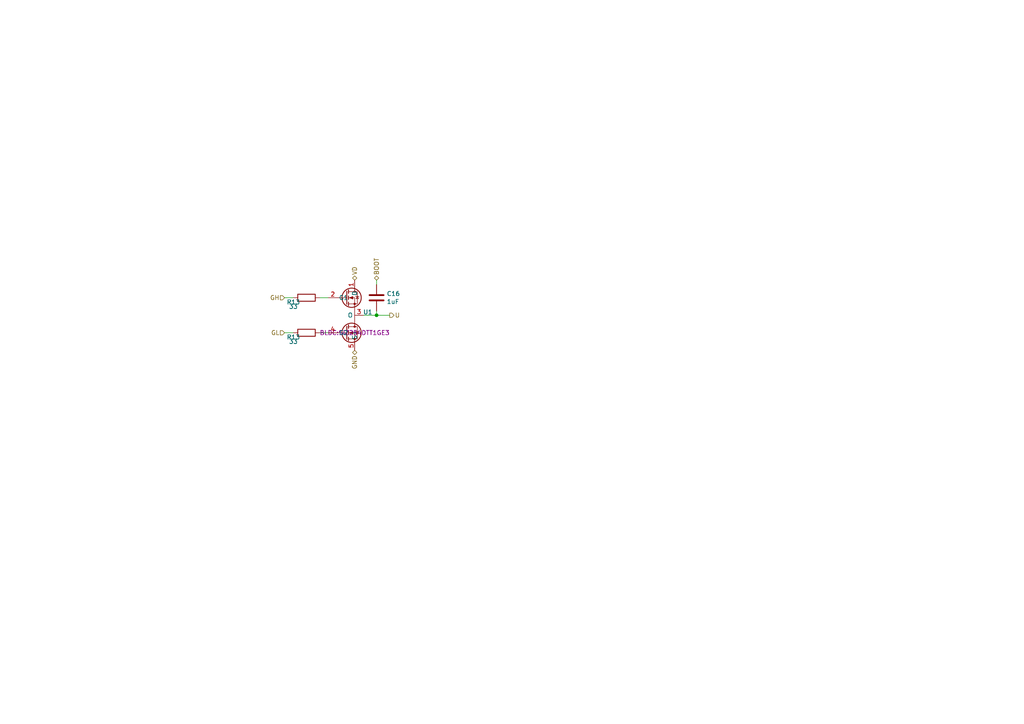
<source format=kicad_sch>
(kicad_sch (version 20230121) (generator eeschema)
  (paper "A4")
  (lib_symbols
    (symbol "BLDC_sym:DualNMOS"
      (property "Reference" "U" (at 0 -5.08 0))
      (symbol "DualNMOS_0_1"
        (circle (center -0.889 -5.08) (radius 2.794) (stroke (width 0.254)))
        (circle (center -0.889 5.08) (radius 2.794) (stroke (width 0.254)))
        (circle (center 0 -6.858) (radius 0.254) (fill (type outline)))
        (circle (center 0 -3.302) (radius 0.254) (fill (type outline)))
        (polyline (pts (xy -2.286 -5.08) (xy -5.08 -5.08)))
        (polyline (pts (xy -2.286 -3.175) (xy -2.286 -6.985)) (stroke (width 0.254)))
        (polyline (pts (xy -2.286 5.08) (xy -5.08 5.08)))
        (polyline (pts (xy -2.286 6.985) (xy -2.286 3.175)) (stroke (width 0.254)))
        (polyline (pts (xy -1.778 -6.35) (xy -1.778 -7.366)) (stroke (width 0.254)))
        (polyline (pts (xy -1.778 -4.572) (xy -1.778 -5.588)) (stroke (width 0.254)))
        (polyline (pts (xy -1.778 -2.794) (xy -1.778 -3.81)) (stroke (width 0.254)))
        (polyline (pts (xy -1.778 3.81) (xy -1.778 2.794)) (stroke (width 0.254)))
        (polyline (pts (xy -1.778 5.588) (xy -1.778 4.572)) (stroke (width 0.254)))
        (polyline (pts (xy -1.778 7.366) (xy -1.778 6.35)) (stroke (width 0.254)))
        (polyline (pts (xy 0 -2.54) (xy 0 -3.302)))
        (polyline (pts (xy 0 2.54) (xy 0 -2.54)))
        (polyline (pts (xy 0 7.62) (xy 0 6.858)))
        (polyline (pts (xy 0 -7.62) (xy 0 -5.08) (xy -1.778 -5.08)))
        (polyline (pts (xy 0 2.54) (xy 0 5.08) (xy -1.778 5.08)))
        (polyline (pts (xy -1.778 -6.858) (xy 0.762 -6.858) (xy 0.762 -3.302) (xy -1.778 -3.302)))
        (polyline (pts (xy -1.778 3.302) (xy 0.762 3.302) (xy 0.762 6.858) (xy -1.778 6.858)))
        (polyline (pts (xy -1.524 -5.08) (xy -0.508 -4.699) (xy -0.508 -5.461) (xy -1.524 -5.08)) (fill (type outline)))
        (polyline (pts (xy -1.524 5.08) (xy -0.508 5.461) (xy -0.508 4.699) (xy -1.524 5.08)) (fill (type outline)))
        (polyline (pts (xy 0.254 -4.572) (xy 0.381 -4.699) (xy 1.143 -4.699) (xy 1.27 -4.826)))
        (polyline (pts (xy 0.254 5.588) (xy 0.381 5.461) (xy 1.143 5.461) (xy 1.27 5.334)))
        (polyline (pts (xy 0.762 -4.699) (xy 0.381 -5.334) (xy 1.143 -5.334) (xy 0.762 -4.699)))
        (polyline (pts (xy 0.762 5.461) (xy 0.381 4.826) (xy 1.143 4.826) (xy 0.762 5.461)))
        (circle (center 0 3.302) (radius 0.254) (fill (type outline)))
        (circle (center 0 6.858) (radius 0.254) (fill (type outline)))
      )
      (symbol "DualNMOS_1_1"
        (pin passive line (at 0 10.16 270) (length 2.54) (name "D") (number "1"))
        (pin input line (at -7.62 5.08 0) (length 2.54) (name "G1") (number "2"))
        (pin input line (at 2.54 0 180) (length 2.54) (name "O") (number "3"))
        (pin input line (at -7.62 -5.08 0) (length 2.54) (name "G2") (number "4"))
        (pin passive line (at 0 -10.16 90) (length 2.54) (name "S") (number "5"))
      )
    )
    (symbol "Device:C" (pin_numbers hide) (pin_names (offset 0.254))
      (property "Reference" "C" (at 0.635 2.54 0))
      (property "Value" "C" (at 0.635 -2.54 0))
      (symbol "C_0_1"
        (polyline (pts (xy -2.032 -0.762) (xy 2.032 -0.762)) (stroke (width 0.508)))
        (polyline (pts (xy -2.032 0.762) (xy 2.032 0.762)) (stroke (width 0.508)))
      )
      (symbol "C_1_1"
        (pin passive line (at 0 3.81 270) (length 2.794) (name "~") (number "1"))
        (pin passive line (at 0 -3.81 90) (length 2.794) (name "~") (number "2"))
      )
    )
    (symbol "Device:R" (pin_numbers hide) (pin_names (offset 0))
      (property "Reference" "R" (at 2.032 0 90))
      (property "Value" "R" (at 0 0 90))
      (symbol "R_0_1"
        (rectangle (start -1.016 -2.54) (end 1.016 2.54) (stroke (width 0.254)))
      )
      (symbol "R_1_1"
        (pin passive line (at 0 3.81 270) (length 1.27) (name "~") (number "1"))
        (pin passive line (at 0 -3.81 90) (length 1.27) (name "~") (number "2"))
      )
    )
  )
  (junction (at 109.22 91.44))
  (wire (pts (xy 82.55 86.36) (xy 85.09 86.36)))
  (wire (pts (xy 92.71 96.52) (xy 95.25 96.52)))
  (wire (pts (xy 82.55 96.52) (xy 85.09 96.52)))
  (wire (pts (xy 109.22 90.17) (xy 109.22 91.44)))
  (wire (pts (xy 113.03 91.44) (xy 109.22 91.44)))
  (wire (pts (xy 92.71 86.36) (xy 95.25 86.36)))
  (wire (pts (xy 105.41 91.44) (xy 109.22 91.44)))
  (wire (pts (xy 109.22 82.55) (xy 109.22 81.28)))
  (hierarchical_label "GL" (shape input) (at 82.55 96.52 180))
  (hierarchical_label "U" (shape output) (at 113.03 91.44 0))
  (hierarchical_label "GND" (shape bidirectional) (at 102.87 101.6 270))
  (hierarchical_label "GH" (shape input) (at 82.55 86.36 180))
  (hierarchical_label "VD" (shape bidirectional) (at 102.87 81.28 90))
  (hierarchical_label "BOOT" (shape bidirectional) (at 109.22 81.28 90))
  (symbol (lib_id "Device:R") (at 88.9 86.36 270) (unit 1)
    (property "Reference" "R13" (at 85.09 87.63 90))
    (property "Value" "33" (at 85.09 88.9 90))
    (property "Footprint" "Resistor_SMD:R_0402_1005Metric" (effects hide))
    (instances (project "STSPIN32G4_V2" (path "" (reference "R13") (unit 1))) (project "BLDCDriver_1.5_KiCad" (path "" (reference "R3") (unit 1)) (path "" (reference "R4") (unit 1)) (path "" (reference "R7") (unit 1))))
  )
  (symbol (lib_id "Device:C") (at 109.22 86.36 180) (unit 1)
    (property "Reference" "C16" (at 112.141 85.1916 0) (effects (justify right)))
    (property "Value" "1uF" (at 112.141 87.503 0) (effects (justify right)))
    (property "Footprint" "Capacitor_SMD:C_0805_2012Metric" (effects hide))
    (property "LCSC Part" "C28323" (effects hide))
    (instances (project "STSPIN32G4_V2" (path "" (reference "C16") (unit 1))) (project "BLDCDriver_1.5_KiCad" (path "" (reference "C13") (unit 1)) (path "" (reference "C11") (unit 1)) (path "" (reference "C14") (unit 1))))
  )
  (symbol (lib_id "Device:R") (at 88.9 96.52 270) (unit 1)
    (property "Reference" "R13" (at 85.09 97.79 90))
    (property "Value" "33" (at 85.09 99.06 90))
    (property "Footprint" "Resistor_SMD:R_0402_1005Metric" (effects hide))
    (instances (project "STSPIN32G4_V2" (path "" (reference "R13") (unit 1))) (project "BLDCDriver_1.5_KiCad" (path "" (reference "R5") (unit 1)) (path "" (reference "R6") (unit 1)) (path "" (reference "R8") (unit 1))))
  )
  (symbol (lib_id "BLDC_sym:DualNMOS") (at 102.87 91.44 0) (unit 1)
    (property "Reference" "U1" (at 106.68 90.5309 0))
    (property "Value" "~" (at 102.87 96.52 0))
    (property "Footprint" "BLDC:SIZ254DTT1GE3" (at 102.87 96.52 0))
    (instances (project "BLDCDriver_1.5_KiCad" (path "" (reference "U1") (unit 1)) (path "" (reference "U2") (unit 1)) (path "" (reference "U3") (unit 1))))
  )
)
</source>
